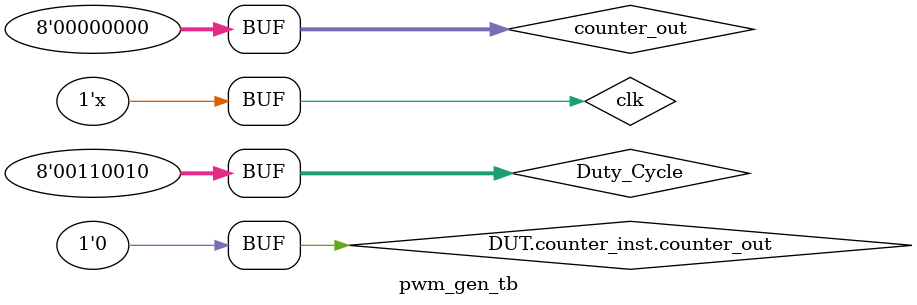
<source format=v>
/*
basic PWM code
should be used with a 10k and 100nF to use it as a DAC
PLL -> 5Mhz 
8bit based
*/
`timescale 1ps / 1ps
module pwm_gen(
input clk,
input signed[7:0] duty_cycle,
output reg PWM_OUT					         
);
	wire [7:0] counter_out; 
	//real buffer_r01;
	reg signed [31:0] Uref; 

always @ (posedge clk)
begin	
	//buffer_r01 = const_var*duty_cycle;
	//Uref=$rtoi(2.55*duty_cycle); 
	Uref=(255*duty_cycle); 
	if (Uref > (counter_out*100))
		PWM_OUT <= 1;
		
	else 
		PWM_OUT <= 0;
end
		
	
ramp_gen counter_inst(
	.clk (clk),
	.counter_out (counter_out)
);
	
endmodule



`timescale 1ps / 1ps
module ramp_gen (
input clk,	
output reg [7:0] counter_out
);
	
always @(posedge clk)
begin
	counter_out <= #1 counter_out + 1'b1;	//verzögert wird continuierlich +1 (1bit) addiert
end
		
endmodule



/*-----------------------------------*/
`timescale 1ps / 1ps
module pwm_gen_tb;

reg clk;            
wire PWM_out;
wire [7:0] counter_out;
reg [7:0] Duty_Cycle;


assign counter_out = DUT.counter_inst.counter_out;

//parameter stimDelay = 10;
parameter CYCLE = 200000;

initial 
begin
  clk=1'b0;
  DUT.counter_inst.counter_out=8'b0;
  Duty_Cycle=50;
end

always
	begin
		#CYCLE clk = !clk;
	end
	
pwm_gen DUT (
	.clk (clk),
	.duty_cycle (Duty_Cycle),
	.PWM_OUT (PWM_out)
);
endmodule
</source>
